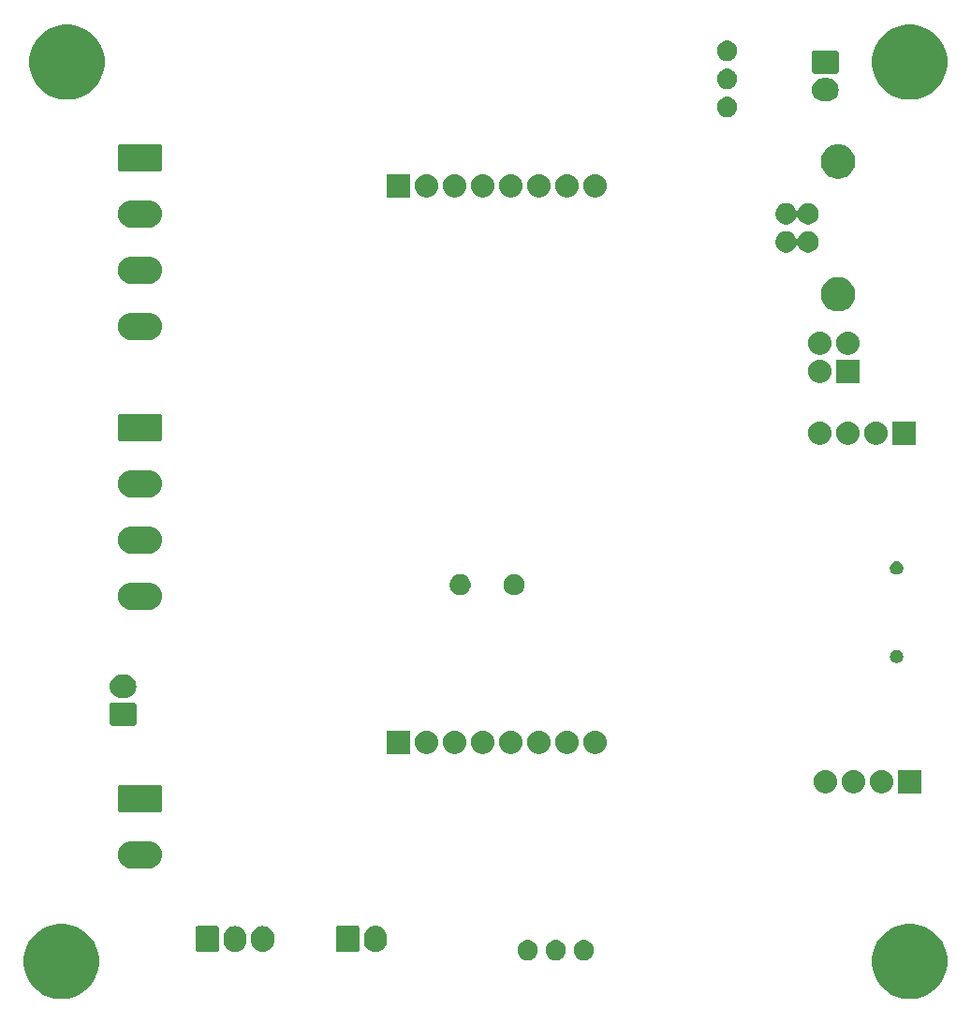
<source format=gbs>
G04 #@! TF.GenerationSoftware,KiCad,Pcbnew,5.1.4*
G04 #@! TF.CreationDate,2019-11-05T18:01:46+08:00*
G04 #@! TF.ProjectId,LaserScanningProjector,4c617365-7253-4636-916e-6e696e675072,rev?*
G04 #@! TF.SameCoordinates,Original*
G04 #@! TF.FileFunction,Soldermask,Bot*
G04 #@! TF.FilePolarity,Negative*
%FSLAX46Y46*%
G04 Gerber Fmt 4.6, Leading zero omitted, Abs format (unit mm)*
G04 Created by KiCad (PCBNEW 5.1.4) date 2019-11-05 18:01:46*
%MOMM*%
%LPD*%
G04 APERTURE LIST*
%ADD10C,0.100000*%
G04 APERTURE END LIST*
D10*
G36*
X146459307Y-106901330D02*
G01*
X146787743Y-106966660D01*
X147096260Y-107094452D01*
X147355258Y-107201732D01*
X147406504Y-107222959D01*
X147571111Y-107332946D01*
X147772981Y-107467831D01*
X147963374Y-107595048D01*
X148436952Y-108068626D01*
X148765168Y-108559835D01*
X148809042Y-108625498D01*
X148812371Y-108633536D01*
X149065340Y-109244257D01*
X149196000Y-109901129D01*
X149196000Y-110570871D01*
X149065340Y-111227743D01*
X148809041Y-111846504D01*
X148436952Y-112403374D01*
X147963374Y-112876952D01*
X147406504Y-113249041D01*
X146787743Y-113505340D01*
X146459307Y-113570670D01*
X146130872Y-113636000D01*
X145461128Y-113636000D01*
X145132693Y-113570670D01*
X144804257Y-113505340D01*
X144185496Y-113249041D01*
X143628626Y-112876952D01*
X143155048Y-112403374D01*
X142782959Y-111846504D01*
X142526660Y-111227743D01*
X142396000Y-110570871D01*
X142396000Y-109901129D01*
X142526660Y-109244257D01*
X142779629Y-108633536D01*
X142782958Y-108625498D01*
X142826833Y-108559835D01*
X143155048Y-108068626D01*
X143628626Y-107595048D01*
X143819020Y-107467831D01*
X144020889Y-107332946D01*
X144185496Y-107222959D01*
X144236743Y-107201732D01*
X144495740Y-107094452D01*
X144804257Y-106966660D01*
X145132693Y-106901330D01*
X145461128Y-106836000D01*
X146130872Y-106836000D01*
X146459307Y-106901330D01*
X146459307Y-106901330D01*
G37*
G36*
X69751307Y-106901330D02*
G01*
X70079743Y-106966660D01*
X70388260Y-107094452D01*
X70647258Y-107201732D01*
X70698504Y-107222959D01*
X70863111Y-107332946D01*
X71064981Y-107467831D01*
X71255374Y-107595048D01*
X71728952Y-108068626D01*
X72057168Y-108559835D01*
X72101042Y-108625498D01*
X72104371Y-108633536D01*
X72357340Y-109244257D01*
X72488000Y-109901129D01*
X72488000Y-110570871D01*
X72357340Y-111227743D01*
X72101041Y-111846504D01*
X71728952Y-112403374D01*
X71255374Y-112876952D01*
X70698504Y-113249041D01*
X70079743Y-113505340D01*
X69751307Y-113570670D01*
X69422872Y-113636000D01*
X68753128Y-113636000D01*
X68424693Y-113570670D01*
X68096257Y-113505340D01*
X67477496Y-113249041D01*
X66920626Y-112876952D01*
X66447048Y-112403374D01*
X66074959Y-111846504D01*
X65818660Y-111227743D01*
X65688000Y-110570871D01*
X65688000Y-109901129D01*
X65818660Y-109244257D01*
X66071629Y-108633536D01*
X66074958Y-108625498D01*
X66118833Y-108559835D01*
X66447048Y-108068626D01*
X66920626Y-107595048D01*
X67111020Y-107467831D01*
X67312889Y-107332946D01*
X67477496Y-107222959D01*
X67528743Y-107201732D01*
X67787740Y-107094452D01*
X68096257Y-106966660D01*
X68424693Y-106901330D01*
X68753128Y-106836000D01*
X69422872Y-106836000D01*
X69751307Y-106901330D01*
X69751307Y-106901330D01*
G37*
G36*
X114060353Y-108335355D02*
G01*
X114227782Y-108404706D01*
X114229090Y-108405580D01*
X114378466Y-108505390D01*
X114506610Y-108633534D01*
X114506611Y-108633536D01*
X114607294Y-108784218D01*
X114676645Y-108951647D01*
X114712000Y-109129387D01*
X114712000Y-109310613D01*
X114676645Y-109488353D01*
X114607294Y-109655782D01*
X114607293Y-109655783D01*
X114506610Y-109806466D01*
X114378466Y-109934610D01*
X114302612Y-109985294D01*
X114227782Y-110035294D01*
X114060353Y-110104645D01*
X113882613Y-110140000D01*
X113701387Y-110140000D01*
X113523647Y-110104645D01*
X113356218Y-110035294D01*
X113281388Y-109985294D01*
X113205534Y-109934610D01*
X113077390Y-109806466D01*
X112976707Y-109655783D01*
X112976706Y-109655782D01*
X112907355Y-109488353D01*
X112872000Y-109310613D01*
X112872000Y-109129387D01*
X112907355Y-108951647D01*
X112976706Y-108784218D01*
X113077389Y-108633536D01*
X113077390Y-108633534D01*
X113205534Y-108505390D01*
X113354910Y-108405580D01*
X113356218Y-108404706D01*
X113523647Y-108335355D01*
X113701387Y-108300000D01*
X113882613Y-108300000D01*
X114060353Y-108335355D01*
X114060353Y-108335355D01*
G37*
G36*
X116600353Y-108335355D02*
G01*
X116767782Y-108404706D01*
X116769090Y-108405580D01*
X116918466Y-108505390D01*
X117046610Y-108633534D01*
X117046611Y-108633536D01*
X117147294Y-108784218D01*
X117216645Y-108951647D01*
X117252000Y-109129387D01*
X117252000Y-109310613D01*
X117216645Y-109488353D01*
X117147294Y-109655782D01*
X117147293Y-109655783D01*
X117046610Y-109806466D01*
X116918466Y-109934610D01*
X116842612Y-109985294D01*
X116767782Y-110035294D01*
X116600353Y-110104645D01*
X116422613Y-110140000D01*
X116241387Y-110140000D01*
X116063647Y-110104645D01*
X115896218Y-110035294D01*
X115821388Y-109985294D01*
X115745534Y-109934610D01*
X115617390Y-109806466D01*
X115516707Y-109655783D01*
X115516706Y-109655782D01*
X115447355Y-109488353D01*
X115412000Y-109310613D01*
X115412000Y-109129387D01*
X115447355Y-108951647D01*
X115516706Y-108784218D01*
X115617389Y-108633536D01*
X115617390Y-108633534D01*
X115745534Y-108505390D01*
X115894910Y-108405580D01*
X115896218Y-108404706D01*
X116063647Y-108335355D01*
X116241387Y-108300000D01*
X116422613Y-108300000D01*
X116600353Y-108335355D01*
X116600353Y-108335355D01*
G37*
G36*
X111520353Y-108335355D02*
G01*
X111687782Y-108404706D01*
X111689090Y-108405580D01*
X111838466Y-108505390D01*
X111966610Y-108633534D01*
X111966611Y-108633536D01*
X112067294Y-108784218D01*
X112136645Y-108951647D01*
X112172000Y-109129387D01*
X112172000Y-109310613D01*
X112136645Y-109488353D01*
X112067294Y-109655782D01*
X112067293Y-109655783D01*
X111966610Y-109806466D01*
X111838466Y-109934610D01*
X111762612Y-109985294D01*
X111687782Y-110035294D01*
X111520353Y-110104645D01*
X111342613Y-110140000D01*
X111161387Y-110140000D01*
X110983647Y-110104645D01*
X110816218Y-110035294D01*
X110741388Y-109985294D01*
X110665534Y-109934610D01*
X110537390Y-109806466D01*
X110436707Y-109655783D01*
X110436706Y-109655782D01*
X110367355Y-109488353D01*
X110332000Y-109310613D01*
X110332000Y-109129387D01*
X110367355Y-108951647D01*
X110436706Y-108784218D01*
X110537389Y-108633536D01*
X110537390Y-108633534D01*
X110665534Y-108505390D01*
X110814910Y-108405580D01*
X110816218Y-108404706D01*
X110983647Y-108335355D01*
X111161387Y-108300000D01*
X111342613Y-108300000D01*
X111520353Y-108335355D01*
X111520353Y-108335355D01*
G37*
G36*
X97701835Y-107019193D02*
G01*
X97899761Y-107079233D01*
X97899764Y-107079234D01*
X97989707Y-107127310D01*
X98082171Y-107176733D01*
X98103993Y-107194642D01*
X98242055Y-107307945D01*
X98373268Y-107467830D01*
X98470766Y-107650235D01*
X98470766Y-107650236D01*
X98470767Y-107650238D01*
X98530807Y-107848164D01*
X98546000Y-108002422D01*
X98546000Y-108405577D01*
X98530807Y-108559835D01*
X98478350Y-108732762D01*
X98470766Y-108757764D01*
X98386631Y-108915169D01*
X98373267Y-108940171D01*
X98339087Y-108981819D01*
X98242055Y-109100055D01*
X98082170Y-109231268D01*
X97899765Y-109328766D01*
X97899762Y-109328767D01*
X97701836Y-109388807D01*
X97496000Y-109409080D01*
X97290165Y-109388807D01*
X97092239Y-109328767D01*
X97092236Y-109328766D01*
X96909831Y-109231268D01*
X96749946Y-109100055D01*
X96618734Y-108940172D01*
X96605371Y-108915171D01*
X96521233Y-108757762D01*
X96461193Y-108559836D01*
X96446000Y-108405578D01*
X96446000Y-108002423D01*
X96461193Y-107848165D01*
X96521233Y-107650239D01*
X96521234Y-107650236D01*
X96618732Y-107467831D01*
X96618733Y-107467829D01*
X96652913Y-107426181D01*
X96749945Y-107307945D01*
X96909830Y-107176732D01*
X97092235Y-107079234D01*
X97092238Y-107079233D01*
X97290164Y-107019193D01*
X97496000Y-106998920D01*
X97701835Y-107019193D01*
X97701835Y-107019193D01*
G37*
G36*
X95868326Y-107008831D02*
G01*
X95909596Y-107021350D01*
X95947631Y-107041681D01*
X95980964Y-107069036D01*
X96008319Y-107102369D01*
X96028650Y-107140404D01*
X96041169Y-107181674D01*
X96046000Y-107230727D01*
X96046000Y-109177273D01*
X96041169Y-109226326D01*
X96028650Y-109267596D01*
X96008319Y-109305631D01*
X95980964Y-109338964D01*
X95947631Y-109366319D01*
X95909596Y-109386650D01*
X95868326Y-109399169D01*
X95819273Y-109404000D01*
X94172727Y-109404000D01*
X94123674Y-109399169D01*
X94082404Y-109386650D01*
X94044369Y-109366319D01*
X94011036Y-109338964D01*
X93983681Y-109305631D01*
X93963350Y-109267596D01*
X93950831Y-109226326D01*
X93946000Y-109177273D01*
X93946000Y-107230727D01*
X93950831Y-107181674D01*
X93963350Y-107140404D01*
X93983681Y-107102369D01*
X94011036Y-107069036D01*
X94044369Y-107041681D01*
X94082404Y-107021350D01*
X94123674Y-107008831D01*
X94172727Y-107004000D01*
X95819273Y-107004000D01*
X95868326Y-107008831D01*
X95868326Y-107008831D01*
G37*
G36*
X87501835Y-107044193D02*
G01*
X87667517Y-107094452D01*
X87699764Y-107104234D01*
X87835399Y-107176733D01*
X87882171Y-107201733D01*
X87908035Y-107222959D01*
X88042055Y-107332945D01*
X88173268Y-107492830D01*
X88270766Y-107675235D01*
X88270766Y-107675236D01*
X88270767Y-107675238D01*
X88330807Y-107873164D01*
X88330807Y-107873166D01*
X88346000Y-108027420D01*
X88346000Y-108380579D01*
X88338403Y-108457706D01*
X88330807Y-108534835D01*
X88300867Y-108633534D01*
X88270766Y-108732764D01*
X88243263Y-108784218D01*
X88173267Y-108915171D01*
X88152750Y-108940171D01*
X88042055Y-109075055D01*
X87882170Y-109206268D01*
X87699765Y-109303766D01*
X87699762Y-109303767D01*
X87501836Y-109363807D01*
X87296000Y-109384080D01*
X87090165Y-109363807D01*
X86892239Y-109303767D01*
X86892236Y-109303766D01*
X86709831Y-109206268D01*
X86549946Y-109075054D01*
X86418732Y-108915170D01*
X86321234Y-108732765D01*
X86321233Y-108732761D01*
X86261193Y-108534836D01*
X86246000Y-108380578D01*
X86246000Y-108027423D01*
X86248463Y-108002420D01*
X86261193Y-107873167D01*
X86261193Y-107873165D01*
X86321233Y-107675239D01*
X86321234Y-107675236D01*
X86418732Y-107492831D01*
X86418733Y-107492829D01*
X86452913Y-107451181D01*
X86549945Y-107332945D01*
X86709830Y-107201732D01*
X86892235Y-107104234D01*
X86924482Y-107094452D01*
X87090164Y-107044193D01*
X87296000Y-107023920D01*
X87501835Y-107044193D01*
X87501835Y-107044193D01*
G37*
G36*
X85001835Y-107044193D02*
G01*
X85167517Y-107094452D01*
X85199764Y-107104234D01*
X85335399Y-107176733D01*
X85382171Y-107201733D01*
X85408035Y-107222959D01*
X85542055Y-107332945D01*
X85673268Y-107492830D01*
X85770766Y-107675235D01*
X85770766Y-107675236D01*
X85770767Y-107675238D01*
X85830807Y-107873164D01*
X85830807Y-107873166D01*
X85846000Y-108027420D01*
X85846000Y-108380579D01*
X85838403Y-108457706D01*
X85830807Y-108534835D01*
X85800867Y-108633534D01*
X85770766Y-108732764D01*
X85743263Y-108784218D01*
X85673267Y-108915171D01*
X85652750Y-108940171D01*
X85542055Y-109075055D01*
X85382170Y-109206268D01*
X85199765Y-109303766D01*
X85199762Y-109303767D01*
X85001836Y-109363807D01*
X84796000Y-109384080D01*
X84590165Y-109363807D01*
X84392239Y-109303767D01*
X84392236Y-109303766D01*
X84209831Y-109206268D01*
X84049946Y-109075054D01*
X83918732Y-108915170D01*
X83821234Y-108732765D01*
X83821233Y-108732761D01*
X83761193Y-108534836D01*
X83746000Y-108380578D01*
X83746000Y-108027423D01*
X83748463Y-108002420D01*
X83761193Y-107873167D01*
X83761193Y-107873165D01*
X83821233Y-107675239D01*
X83821234Y-107675236D01*
X83918732Y-107492831D01*
X83918733Y-107492829D01*
X83952913Y-107451181D01*
X84049945Y-107332945D01*
X84209830Y-107201732D01*
X84392235Y-107104234D01*
X84424482Y-107094452D01*
X84590164Y-107044193D01*
X84796000Y-107023920D01*
X85001835Y-107044193D01*
X85001835Y-107044193D01*
G37*
G36*
X83168438Y-107033829D02*
G01*
X83209682Y-107046340D01*
X83247690Y-107066656D01*
X83281004Y-107093996D01*
X83308344Y-107127310D01*
X83328660Y-107165318D01*
X83341171Y-107206562D01*
X83346000Y-107255591D01*
X83346000Y-109152409D01*
X83341171Y-109201438D01*
X83328660Y-109242682D01*
X83308344Y-109280690D01*
X83281004Y-109314004D01*
X83247690Y-109341344D01*
X83209682Y-109361660D01*
X83168438Y-109374171D01*
X83119409Y-109379000D01*
X81472591Y-109379000D01*
X81423562Y-109374171D01*
X81382318Y-109361660D01*
X81344310Y-109341344D01*
X81310996Y-109314004D01*
X81283656Y-109280690D01*
X81263340Y-109242682D01*
X81250829Y-109201438D01*
X81246000Y-109152409D01*
X81246000Y-107255591D01*
X81250829Y-107206562D01*
X81263340Y-107165318D01*
X81283656Y-107127310D01*
X81310996Y-107093996D01*
X81344310Y-107066656D01*
X81382318Y-107046340D01*
X81423562Y-107033829D01*
X81472591Y-107029000D01*
X83119409Y-107029000D01*
X83168438Y-107033829D01*
X83168438Y-107033829D01*
G37*
G36*
X77203080Y-99361942D02*
G01*
X77436826Y-99432848D01*
X77652239Y-99547989D01*
X77841055Y-99702945D01*
X77996011Y-99891761D01*
X78111152Y-100107174D01*
X78182058Y-100340920D01*
X78205999Y-100584000D01*
X78182058Y-100827080D01*
X78111152Y-101060826D01*
X77996011Y-101276239D01*
X77841055Y-101465055D01*
X77652239Y-101620011D01*
X77436826Y-101735152D01*
X77203080Y-101806058D01*
X77020911Y-101824000D01*
X75379089Y-101824000D01*
X75196920Y-101806058D01*
X74963174Y-101735152D01*
X74747761Y-101620011D01*
X74558945Y-101465055D01*
X74403989Y-101276239D01*
X74288848Y-101060826D01*
X74217942Y-100827080D01*
X74194001Y-100584000D01*
X74217942Y-100340920D01*
X74288848Y-100107174D01*
X74403989Y-99891761D01*
X74558945Y-99702945D01*
X74747761Y-99547989D01*
X74963174Y-99432848D01*
X75196920Y-99361942D01*
X75379089Y-99344000D01*
X77020911Y-99344000D01*
X77203080Y-99361942D01*
X77203080Y-99361942D01*
G37*
G36*
X78036384Y-94268496D02*
G01*
X78074377Y-94280021D01*
X78109390Y-94298736D01*
X78140079Y-94323921D01*
X78165264Y-94354610D01*
X78183979Y-94389623D01*
X78195504Y-94427616D01*
X78200000Y-94473264D01*
X78200000Y-96534736D01*
X78195504Y-96580384D01*
X78183979Y-96618377D01*
X78165264Y-96653390D01*
X78140079Y-96684079D01*
X78109390Y-96709264D01*
X78074377Y-96727979D01*
X78036384Y-96739504D01*
X77990736Y-96744000D01*
X74409264Y-96744000D01*
X74363616Y-96739504D01*
X74325623Y-96727979D01*
X74290610Y-96709264D01*
X74259921Y-96684079D01*
X74234736Y-96653390D01*
X74216021Y-96618377D01*
X74204496Y-96580384D01*
X74200000Y-96534736D01*
X74200000Y-94473264D01*
X74204496Y-94427616D01*
X74216021Y-94389623D01*
X74234736Y-94354610D01*
X74259921Y-94323921D01*
X74290610Y-94298736D01*
X74325623Y-94280021D01*
X74363616Y-94268496D01*
X74409264Y-94264000D01*
X77990736Y-94264000D01*
X78036384Y-94268496D01*
X78036384Y-94268496D01*
G37*
G36*
X143384707Y-92937596D02*
G01*
X143461836Y-92945193D01*
X143659762Y-93005233D01*
X143659765Y-93005234D01*
X143842170Y-93102732D01*
X144002055Y-93233945D01*
X144133268Y-93393830D01*
X144230766Y-93576235D01*
X144230767Y-93576238D01*
X144290807Y-93774164D01*
X144311080Y-93980000D01*
X144290807Y-94185836D01*
X144240613Y-94351304D01*
X144230766Y-94383765D01*
X144133268Y-94566170D01*
X144002055Y-94726055D01*
X143842170Y-94857268D01*
X143659765Y-94954766D01*
X143659762Y-94954767D01*
X143461836Y-95014807D01*
X143384707Y-95022403D01*
X143307580Y-95030000D01*
X143204420Y-95030000D01*
X143127293Y-95022403D01*
X143050164Y-95014807D01*
X142852238Y-94954767D01*
X142852235Y-94954766D01*
X142669830Y-94857268D01*
X142509945Y-94726055D01*
X142378732Y-94566170D01*
X142281234Y-94383765D01*
X142271387Y-94351304D01*
X142221193Y-94185836D01*
X142200920Y-93980000D01*
X142221193Y-93774164D01*
X142281233Y-93576238D01*
X142281234Y-93576235D01*
X142378732Y-93393830D01*
X142509945Y-93233945D01*
X142669830Y-93102732D01*
X142852235Y-93005234D01*
X142852238Y-93005233D01*
X143050164Y-92945193D01*
X143127293Y-92937596D01*
X143204420Y-92930000D01*
X143307580Y-92930000D01*
X143384707Y-92937596D01*
X143384707Y-92937596D01*
G37*
G36*
X138304707Y-92937596D02*
G01*
X138381836Y-92945193D01*
X138579762Y-93005233D01*
X138579765Y-93005234D01*
X138762170Y-93102732D01*
X138922055Y-93233945D01*
X139053268Y-93393830D01*
X139150766Y-93576235D01*
X139150767Y-93576238D01*
X139210807Y-93774164D01*
X139231080Y-93980000D01*
X139210807Y-94185836D01*
X139160613Y-94351304D01*
X139150766Y-94383765D01*
X139053268Y-94566170D01*
X138922055Y-94726055D01*
X138762170Y-94857268D01*
X138579765Y-94954766D01*
X138579762Y-94954767D01*
X138381836Y-95014807D01*
X138304707Y-95022403D01*
X138227580Y-95030000D01*
X138124420Y-95030000D01*
X138047293Y-95022403D01*
X137970164Y-95014807D01*
X137772238Y-94954767D01*
X137772235Y-94954766D01*
X137589830Y-94857268D01*
X137429945Y-94726055D01*
X137298732Y-94566170D01*
X137201234Y-94383765D01*
X137191387Y-94351304D01*
X137141193Y-94185836D01*
X137120920Y-93980000D01*
X137141193Y-93774164D01*
X137201233Y-93576238D01*
X137201234Y-93576235D01*
X137298732Y-93393830D01*
X137429945Y-93233945D01*
X137589830Y-93102732D01*
X137772235Y-93005234D01*
X137772238Y-93005233D01*
X137970164Y-92945193D01*
X138047293Y-92937596D01*
X138124420Y-92930000D01*
X138227580Y-92930000D01*
X138304707Y-92937596D01*
X138304707Y-92937596D01*
G37*
G36*
X140844707Y-92937596D02*
G01*
X140921836Y-92945193D01*
X141119762Y-93005233D01*
X141119765Y-93005234D01*
X141302170Y-93102732D01*
X141462055Y-93233945D01*
X141593268Y-93393830D01*
X141690766Y-93576235D01*
X141690767Y-93576238D01*
X141750807Y-93774164D01*
X141771080Y-93980000D01*
X141750807Y-94185836D01*
X141700613Y-94351304D01*
X141690766Y-94383765D01*
X141593268Y-94566170D01*
X141462055Y-94726055D01*
X141302170Y-94857268D01*
X141119765Y-94954766D01*
X141119762Y-94954767D01*
X140921836Y-95014807D01*
X140844707Y-95022403D01*
X140767580Y-95030000D01*
X140664420Y-95030000D01*
X140587293Y-95022403D01*
X140510164Y-95014807D01*
X140312238Y-94954767D01*
X140312235Y-94954766D01*
X140129830Y-94857268D01*
X139969945Y-94726055D01*
X139838732Y-94566170D01*
X139741234Y-94383765D01*
X139731387Y-94351304D01*
X139681193Y-94185836D01*
X139660920Y-93980000D01*
X139681193Y-93774164D01*
X139741233Y-93576238D01*
X139741234Y-93576235D01*
X139838732Y-93393830D01*
X139969945Y-93233945D01*
X140129830Y-93102732D01*
X140312235Y-93005234D01*
X140312238Y-93005233D01*
X140510164Y-92945193D01*
X140587293Y-92937596D01*
X140664420Y-92930000D01*
X140767580Y-92930000D01*
X140844707Y-92937596D01*
X140844707Y-92937596D01*
G37*
G36*
X146846000Y-95030000D02*
G01*
X144746000Y-95030000D01*
X144746000Y-92930000D01*
X146846000Y-92930000D01*
X146846000Y-95030000D01*
X146846000Y-95030000D01*
G37*
G36*
X114936707Y-89381596D02*
G01*
X115013836Y-89389193D01*
X115211762Y-89449233D01*
X115211765Y-89449234D01*
X115394170Y-89546732D01*
X115554055Y-89677945D01*
X115685268Y-89837830D01*
X115782766Y-90020235D01*
X115782767Y-90020238D01*
X115842807Y-90218164D01*
X115863080Y-90424000D01*
X115842807Y-90629836D01*
X115782767Y-90827762D01*
X115782766Y-90827765D01*
X115685268Y-91010170D01*
X115554055Y-91170055D01*
X115394170Y-91301268D01*
X115211765Y-91398766D01*
X115211762Y-91398767D01*
X115013836Y-91458807D01*
X114936707Y-91466403D01*
X114859580Y-91474000D01*
X114756420Y-91474000D01*
X114679293Y-91466403D01*
X114602164Y-91458807D01*
X114404238Y-91398767D01*
X114404235Y-91398766D01*
X114221830Y-91301268D01*
X114061945Y-91170055D01*
X113930732Y-91010170D01*
X113833234Y-90827765D01*
X113833233Y-90827762D01*
X113773193Y-90629836D01*
X113752920Y-90424000D01*
X113773193Y-90218164D01*
X113833233Y-90020238D01*
X113833234Y-90020235D01*
X113930732Y-89837830D01*
X114061945Y-89677945D01*
X114221830Y-89546732D01*
X114404235Y-89449234D01*
X114404238Y-89449233D01*
X114602164Y-89389193D01*
X114679293Y-89381596D01*
X114756420Y-89374000D01*
X114859580Y-89374000D01*
X114936707Y-89381596D01*
X114936707Y-89381596D01*
G37*
G36*
X102236707Y-89381596D02*
G01*
X102313836Y-89389193D01*
X102511762Y-89449233D01*
X102511765Y-89449234D01*
X102694170Y-89546732D01*
X102854055Y-89677945D01*
X102985268Y-89837830D01*
X103082766Y-90020235D01*
X103082767Y-90020238D01*
X103142807Y-90218164D01*
X103163080Y-90424000D01*
X103142807Y-90629836D01*
X103082767Y-90827762D01*
X103082766Y-90827765D01*
X102985268Y-91010170D01*
X102854055Y-91170055D01*
X102694170Y-91301268D01*
X102511765Y-91398766D01*
X102511762Y-91398767D01*
X102313836Y-91458807D01*
X102236707Y-91466403D01*
X102159580Y-91474000D01*
X102056420Y-91474000D01*
X101979293Y-91466403D01*
X101902164Y-91458807D01*
X101704238Y-91398767D01*
X101704235Y-91398766D01*
X101521830Y-91301268D01*
X101361945Y-91170055D01*
X101230732Y-91010170D01*
X101133234Y-90827765D01*
X101133233Y-90827762D01*
X101073193Y-90629836D01*
X101052920Y-90424000D01*
X101073193Y-90218164D01*
X101133233Y-90020238D01*
X101133234Y-90020235D01*
X101230732Y-89837830D01*
X101361945Y-89677945D01*
X101521830Y-89546732D01*
X101704235Y-89449234D01*
X101704238Y-89449233D01*
X101902164Y-89389193D01*
X101979293Y-89381596D01*
X102056420Y-89374000D01*
X102159580Y-89374000D01*
X102236707Y-89381596D01*
X102236707Y-89381596D01*
G37*
G36*
X104776707Y-89381596D02*
G01*
X104853836Y-89389193D01*
X105051762Y-89449233D01*
X105051765Y-89449234D01*
X105234170Y-89546732D01*
X105394055Y-89677945D01*
X105525268Y-89837830D01*
X105622766Y-90020235D01*
X105622767Y-90020238D01*
X105682807Y-90218164D01*
X105703080Y-90424000D01*
X105682807Y-90629836D01*
X105622767Y-90827762D01*
X105622766Y-90827765D01*
X105525268Y-91010170D01*
X105394055Y-91170055D01*
X105234170Y-91301268D01*
X105051765Y-91398766D01*
X105051762Y-91398767D01*
X104853836Y-91458807D01*
X104776707Y-91466403D01*
X104699580Y-91474000D01*
X104596420Y-91474000D01*
X104519293Y-91466403D01*
X104442164Y-91458807D01*
X104244238Y-91398767D01*
X104244235Y-91398766D01*
X104061830Y-91301268D01*
X103901945Y-91170055D01*
X103770732Y-91010170D01*
X103673234Y-90827765D01*
X103673233Y-90827762D01*
X103613193Y-90629836D01*
X103592920Y-90424000D01*
X103613193Y-90218164D01*
X103673233Y-90020238D01*
X103673234Y-90020235D01*
X103770732Y-89837830D01*
X103901945Y-89677945D01*
X104061830Y-89546732D01*
X104244235Y-89449234D01*
X104244238Y-89449233D01*
X104442164Y-89389193D01*
X104519293Y-89381596D01*
X104596420Y-89374000D01*
X104699580Y-89374000D01*
X104776707Y-89381596D01*
X104776707Y-89381596D01*
G37*
G36*
X117476707Y-89381596D02*
G01*
X117553836Y-89389193D01*
X117751762Y-89449233D01*
X117751765Y-89449234D01*
X117934170Y-89546732D01*
X118094055Y-89677945D01*
X118225268Y-89837830D01*
X118322766Y-90020235D01*
X118322767Y-90020238D01*
X118382807Y-90218164D01*
X118403080Y-90424000D01*
X118382807Y-90629836D01*
X118322767Y-90827762D01*
X118322766Y-90827765D01*
X118225268Y-91010170D01*
X118094055Y-91170055D01*
X117934170Y-91301268D01*
X117751765Y-91398766D01*
X117751762Y-91398767D01*
X117553836Y-91458807D01*
X117476707Y-91466403D01*
X117399580Y-91474000D01*
X117296420Y-91474000D01*
X117219293Y-91466403D01*
X117142164Y-91458807D01*
X116944238Y-91398767D01*
X116944235Y-91398766D01*
X116761830Y-91301268D01*
X116601945Y-91170055D01*
X116470732Y-91010170D01*
X116373234Y-90827765D01*
X116373233Y-90827762D01*
X116313193Y-90629836D01*
X116292920Y-90424000D01*
X116313193Y-90218164D01*
X116373233Y-90020238D01*
X116373234Y-90020235D01*
X116470732Y-89837830D01*
X116601945Y-89677945D01*
X116761830Y-89546732D01*
X116944235Y-89449234D01*
X116944238Y-89449233D01*
X117142164Y-89389193D01*
X117219293Y-89381596D01*
X117296420Y-89374000D01*
X117399580Y-89374000D01*
X117476707Y-89381596D01*
X117476707Y-89381596D01*
G37*
G36*
X112396707Y-89381596D02*
G01*
X112473836Y-89389193D01*
X112671762Y-89449233D01*
X112671765Y-89449234D01*
X112854170Y-89546732D01*
X113014055Y-89677945D01*
X113145268Y-89837830D01*
X113242766Y-90020235D01*
X113242767Y-90020238D01*
X113302807Y-90218164D01*
X113323080Y-90424000D01*
X113302807Y-90629836D01*
X113242767Y-90827762D01*
X113242766Y-90827765D01*
X113145268Y-91010170D01*
X113014055Y-91170055D01*
X112854170Y-91301268D01*
X112671765Y-91398766D01*
X112671762Y-91398767D01*
X112473836Y-91458807D01*
X112396707Y-91466403D01*
X112319580Y-91474000D01*
X112216420Y-91474000D01*
X112139293Y-91466403D01*
X112062164Y-91458807D01*
X111864238Y-91398767D01*
X111864235Y-91398766D01*
X111681830Y-91301268D01*
X111521945Y-91170055D01*
X111390732Y-91010170D01*
X111293234Y-90827765D01*
X111293233Y-90827762D01*
X111233193Y-90629836D01*
X111212920Y-90424000D01*
X111233193Y-90218164D01*
X111293233Y-90020238D01*
X111293234Y-90020235D01*
X111390732Y-89837830D01*
X111521945Y-89677945D01*
X111681830Y-89546732D01*
X111864235Y-89449234D01*
X111864238Y-89449233D01*
X112062164Y-89389193D01*
X112139293Y-89381596D01*
X112216420Y-89374000D01*
X112319580Y-89374000D01*
X112396707Y-89381596D01*
X112396707Y-89381596D01*
G37*
G36*
X109856707Y-89381596D02*
G01*
X109933836Y-89389193D01*
X110131762Y-89449233D01*
X110131765Y-89449234D01*
X110314170Y-89546732D01*
X110474055Y-89677945D01*
X110605268Y-89837830D01*
X110702766Y-90020235D01*
X110702767Y-90020238D01*
X110762807Y-90218164D01*
X110783080Y-90424000D01*
X110762807Y-90629836D01*
X110702767Y-90827762D01*
X110702766Y-90827765D01*
X110605268Y-91010170D01*
X110474055Y-91170055D01*
X110314170Y-91301268D01*
X110131765Y-91398766D01*
X110131762Y-91398767D01*
X109933836Y-91458807D01*
X109856707Y-91466403D01*
X109779580Y-91474000D01*
X109676420Y-91474000D01*
X109599293Y-91466403D01*
X109522164Y-91458807D01*
X109324238Y-91398767D01*
X109324235Y-91398766D01*
X109141830Y-91301268D01*
X108981945Y-91170055D01*
X108850732Y-91010170D01*
X108753234Y-90827765D01*
X108753233Y-90827762D01*
X108693193Y-90629836D01*
X108672920Y-90424000D01*
X108693193Y-90218164D01*
X108753233Y-90020238D01*
X108753234Y-90020235D01*
X108850732Y-89837830D01*
X108981945Y-89677945D01*
X109141830Y-89546732D01*
X109324235Y-89449234D01*
X109324238Y-89449233D01*
X109522164Y-89389193D01*
X109599293Y-89381596D01*
X109676420Y-89374000D01*
X109779580Y-89374000D01*
X109856707Y-89381596D01*
X109856707Y-89381596D01*
G37*
G36*
X107316707Y-89381596D02*
G01*
X107393836Y-89389193D01*
X107591762Y-89449233D01*
X107591765Y-89449234D01*
X107774170Y-89546732D01*
X107934055Y-89677945D01*
X108065268Y-89837830D01*
X108162766Y-90020235D01*
X108162767Y-90020238D01*
X108222807Y-90218164D01*
X108243080Y-90424000D01*
X108222807Y-90629836D01*
X108162767Y-90827762D01*
X108162766Y-90827765D01*
X108065268Y-91010170D01*
X107934055Y-91170055D01*
X107774170Y-91301268D01*
X107591765Y-91398766D01*
X107591762Y-91398767D01*
X107393836Y-91458807D01*
X107316707Y-91466403D01*
X107239580Y-91474000D01*
X107136420Y-91474000D01*
X107059293Y-91466403D01*
X106982164Y-91458807D01*
X106784238Y-91398767D01*
X106784235Y-91398766D01*
X106601830Y-91301268D01*
X106441945Y-91170055D01*
X106310732Y-91010170D01*
X106213234Y-90827765D01*
X106213233Y-90827762D01*
X106153193Y-90629836D01*
X106132920Y-90424000D01*
X106153193Y-90218164D01*
X106213233Y-90020238D01*
X106213234Y-90020235D01*
X106310732Y-89837830D01*
X106441945Y-89677945D01*
X106601830Y-89546732D01*
X106784235Y-89449234D01*
X106784238Y-89449233D01*
X106982164Y-89389193D01*
X107059293Y-89381596D01*
X107136420Y-89374000D01*
X107239580Y-89374000D01*
X107316707Y-89381596D01*
X107316707Y-89381596D01*
G37*
G36*
X100618000Y-91474000D02*
G01*
X98518000Y-91474000D01*
X98518000Y-89374000D01*
X100618000Y-89374000D01*
X100618000Y-91474000D01*
X100618000Y-91474000D01*
G37*
G36*
X75698326Y-86838831D02*
G01*
X75739596Y-86851350D01*
X75777631Y-86871681D01*
X75810964Y-86899036D01*
X75838319Y-86932369D01*
X75858650Y-86970404D01*
X75871169Y-87011674D01*
X75876000Y-87060727D01*
X75876000Y-88707273D01*
X75871169Y-88756326D01*
X75858650Y-88797596D01*
X75838319Y-88835631D01*
X75810964Y-88868964D01*
X75777631Y-88896319D01*
X75739596Y-88916650D01*
X75698326Y-88929169D01*
X75649273Y-88934000D01*
X73702727Y-88934000D01*
X73653674Y-88929169D01*
X73612404Y-88916650D01*
X73574369Y-88896319D01*
X73541036Y-88868964D01*
X73513681Y-88835631D01*
X73493350Y-88797596D01*
X73480831Y-88756326D01*
X73476000Y-88707273D01*
X73476000Y-87060727D01*
X73480831Y-87011674D01*
X73493350Y-86970404D01*
X73513681Y-86932369D01*
X73541036Y-86899036D01*
X73574369Y-86871681D01*
X73612404Y-86851350D01*
X73653674Y-86838831D01*
X73702727Y-86834000D01*
X75649273Y-86834000D01*
X75698326Y-86838831D01*
X75698326Y-86838831D01*
G37*
G36*
X74954707Y-84341597D02*
G01*
X75031836Y-84349193D01*
X75229762Y-84409233D01*
X75229765Y-84409234D01*
X75412170Y-84506732D01*
X75572055Y-84637945D01*
X75703268Y-84797830D01*
X75800766Y-84980235D01*
X75800767Y-84980238D01*
X75860807Y-85178164D01*
X75881080Y-85384000D01*
X75860807Y-85589836D01*
X75800767Y-85787762D01*
X75800766Y-85787765D01*
X75703268Y-85970170D01*
X75572055Y-86130055D01*
X75412170Y-86261268D01*
X75229765Y-86358766D01*
X75229762Y-86358767D01*
X75031836Y-86418807D01*
X74954707Y-86426404D01*
X74877580Y-86434000D01*
X74474420Y-86434000D01*
X74397293Y-86426404D01*
X74320164Y-86418807D01*
X74122238Y-86358767D01*
X74122235Y-86358766D01*
X73939830Y-86261268D01*
X73779945Y-86130055D01*
X73648732Y-85970170D01*
X73551234Y-85787765D01*
X73551233Y-85787762D01*
X73491193Y-85589836D01*
X73470920Y-85384000D01*
X73491193Y-85178164D01*
X73551233Y-84980238D01*
X73551234Y-84980235D01*
X73648732Y-84797830D01*
X73779945Y-84637945D01*
X73939830Y-84506732D01*
X74122235Y-84409234D01*
X74122238Y-84409233D01*
X74320164Y-84349193D01*
X74397293Y-84341597D01*
X74474420Y-84334000D01*
X74877580Y-84334000D01*
X74954707Y-84341597D01*
X74954707Y-84341597D01*
G37*
G36*
X144787013Y-82097057D02*
G01*
X144896206Y-82142286D01*
X144994477Y-82207949D01*
X145078051Y-82291523D01*
X145143714Y-82389794D01*
X145188943Y-82498987D01*
X145212000Y-82614904D01*
X145212000Y-82733096D01*
X145188943Y-82849013D01*
X145143714Y-82958206D01*
X145078051Y-83056477D01*
X144994477Y-83140051D01*
X144896206Y-83205714D01*
X144787013Y-83250943D01*
X144671096Y-83274000D01*
X144552904Y-83274000D01*
X144436987Y-83250943D01*
X144327794Y-83205714D01*
X144229523Y-83140051D01*
X144145949Y-83056477D01*
X144080286Y-82958206D01*
X144035057Y-82849013D01*
X144012000Y-82733096D01*
X144012000Y-82614904D01*
X144035057Y-82498987D01*
X144080286Y-82389794D01*
X144145949Y-82291523D01*
X144229523Y-82207949D01*
X144327794Y-82142286D01*
X144436987Y-82097057D01*
X144552904Y-82074000D01*
X144671096Y-82074000D01*
X144787013Y-82097057D01*
X144787013Y-82097057D01*
G37*
G36*
X77203080Y-75993942D02*
G01*
X77436826Y-76064848D01*
X77652239Y-76179989D01*
X77841055Y-76334945D01*
X77996011Y-76523761D01*
X78111152Y-76739174D01*
X78182058Y-76972920D01*
X78205999Y-77216000D01*
X78182058Y-77459080D01*
X78111152Y-77692826D01*
X77996011Y-77908239D01*
X77841055Y-78097055D01*
X77652239Y-78252011D01*
X77436826Y-78367152D01*
X77203080Y-78438058D01*
X77020911Y-78456000D01*
X75379089Y-78456000D01*
X75196920Y-78438058D01*
X74963174Y-78367152D01*
X74747761Y-78252011D01*
X74558945Y-78097055D01*
X74403989Y-77908239D01*
X74288848Y-77692826D01*
X74217942Y-77459080D01*
X74194001Y-77216000D01*
X74217942Y-76972920D01*
X74288848Y-76739174D01*
X74403989Y-76523761D01*
X74558945Y-76334945D01*
X74747761Y-76179989D01*
X74963174Y-76064848D01*
X75196920Y-75993942D01*
X75379089Y-75976000D01*
X77020911Y-75976000D01*
X77203080Y-75993942D01*
X77203080Y-75993942D01*
G37*
G36*
X105341336Y-75268254D02*
G01*
X105433105Y-75286508D01*
X105605994Y-75358121D01*
X105761590Y-75462087D01*
X105893913Y-75594410D01*
X105997879Y-75750006D01*
X106069492Y-75922895D01*
X106069492Y-75922896D01*
X106106000Y-76106432D01*
X106106000Y-76293568D01*
X106097769Y-76334946D01*
X106069492Y-76477105D01*
X105997879Y-76649994D01*
X105893913Y-76805590D01*
X105761590Y-76937913D01*
X105605994Y-77041879D01*
X105433105Y-77113492D01*
X105341336Y-77131746D01*
X105249568Y-77150000D01*
X105062432Y-77150000D01*
X104970664Y-77131746D01*
X104878895Y-77113492D01*
X104706006Y-77041879D01*
X104550410Y-76937913D01*
X104418087Y-76805590D01*
X104314121Y-76649994D01*
X104242508Y-76477105D01*
X104214231Y-76334946D01*
X104206000Y-76293568D01*
X104206000Y-76106432D01*
X104242508Y-75922896D01*
X104242508Y-75922895D01*
X104314121Y-75750006D01*
X104418087Y-75594410D01*
X104550410Y-75462087D01*
X104706006Y-75358121D01*
X104878895Y-75286508D01*
X104970664Y-75268254D01*
X105062432Y-75250000D01*
X105249568Y-75250000D01*
X105341336Y-75268254D01*
X105341336Y-75268254D01*
G37*
G36*
X110221336Y-75268254D02*
G01*
X110313105Y-75286508D01*
X110485994Y-75358121D01*
X110641590Y-75462087D01*
X110773913Y-75594410D01*
X110877879Y-75750006D01*
X110949492Y-75922895D01*
X110949492Y-75922896D01*
X110986000Y-76106432D01*
X110986000Y-76293568D01*
X110977769Y-76334946D01*
X110949492Y-76477105D01*
X110877879Y-76649994D01*
X110773913Y-76805590D01*
X110641590Y-76937913D01*
X110485994Y-77041879D01*
X110313105Y-77113492D01*
X110221336Y-77131746D01*
X110129568Y-77150000D01*
X109942432Y-77150000D01*
X109850664Y-77131746D01*
X109758895Y-77113492D01*
X109586006Y-77041879D01*
X109430410Y-76937913D01*
X109298087Y-76805590D01*
X109194121Y-76649994D01*
X109122508Y-76477105D01*
X109094231Y-76334946D01*
X109086000Y-76293568D01*
X109086000Y-76106432D01*
X109122508Y-75922896D01*
X109122508Y-75922895D01*
X109194121Y-75750006D01*
X109298087Y-75594410D01*
X109430410Y-75462087D01*
X109586006Y-75358121D01*
X109758895Y-75286508D01*
X109850664Y-75268254D01*
X109942432Y-75250000D01*
X110129568Y-75250000D01*
X110221336Y-75268254D01*
X110221336Y-75268254D01*
G37*
G36*
X144787013Y-74097057D02*
G01*
X144896206Y-74142286D01*
X144994477Y-74207949D01*
X145078051Y-74291523D01*
X145143714Y-74389794D01*
X145188943Y-74498987D01*
X145212000Y-74614904D01*
X145212000Y-74733096D01*
X145188943Y-74849013D01*
X145143714Y-74958206D01*
X145078051Y-75056477D01*
X144994477Y-75140051D01*
X144896206Y-75205714D01*
X144787013Y-75250943D01*
X144671096Y-75274000D01*
X144552904Y-75274000D01*
X144436987Y-75250943D01*
X144327794Y-75205714D01*
X144229523Y-75140051D01*
X144145949Y-75056477D01*
X144080286Y-74958206D01*
X144035057Y-74849013D01*
X144012000Y-74733096D01*
X144012000Y-74614904D01*
X144035057Y-74498987D01*
X144080286Y-74389794D01*
X144145949Y-74291523D01*
X144229523Y-74207949D01*
X144327794Y-74142286D01*
X144436987Y-74097057D01*
X144552904Y-74074000D01*
X144671096Y-74074000D01*
X144787013Y-74097057D01*
X144787013Y-74097057D01*
G37*
G36*
X77203080Y-70913942D02*
G01*
X77436826Y-70984848D01*
X77652239Y-71099989D01*
X77841055Y-71254945D01*
X77996011Y-71443761D01*
X78111152Y-71659174D01*
X78182058Y-71892920D01*
X78205999Y-72136000D01*
X78182058Y-72379080D01*
X78111152Y-72612826D01*
X77996011Y-72828239D01*
X77841055Y-73017055D01*
X77652239Y-73172011D01*
X77436826Y-73287152D01*
X77203080Y-73358058D01*
X77020911Y-73376000D01*
X75379089Y-73376000D01*
X75196920Y-73358058D01*
X74963174Y-73287152D01*
X74747761Y-73172011D01*
X74558945Y-73017055D01*
X74403989Y-72828239D01*
X74288848Y-72612826D01*
X74217942Y-72379080D01*
X74194001Y-72136000D01*
X74217942Y-71892920D01*
X74288848Y-71659174D01*
X74403989Y-71443761D01*
X74558945Y-71254945D01*
X74747761Y-71099989D01*
X74963174Y-70984848D01*
X75196920Y-70913942D01*
X75379089Y-70896000D01*
X77020911Y-70896000D01*
X77203080Y-70913942D01*
X77203080Y-70913942D01*
G37*
G36*
X77203080Y-65833942D02*
G01*
X77436826Y-65904848D01*
X77652239Y-66019989D01*
X77841055Y-66174945D01*
X77996011Y-66363761D01*
X78111152Y-66579174D01*
X78182058Y-66812920D01*
X78205999Y-67056000D01*
X78182058Y-67299080D01*
X78111152Y-67532826D01*
X77996011Y-67748239D01*
X77841055Y-67937055D01*
X77652239Y-68092011D01*
X77436826Y-68207152D01*
X77203080Y-68278058D01*
X77020911Y-68296000D01*
X75379089Y-68296000D01*
X75196920Y-68278058D01*
X74963174Y-68207152D01*
X74747761Y-68092011D01*
X74558945Y-67937055D01*
X74403989Y-67748239D01*
X74288848Y-67532826D01*
X74217942Y-67299080D01*
X74194001Y-67056000D01*
X74217942Y-66812920D01*
X74288848Y-66579174D01*
X74403989Y-66363761D01*
X74558945Y-66174945D01*
X74747761Y-66019989D01*
X74963174Y-65904848D01*
X75196920Y-65833942D01*
X75379089Y-65816000D01*
X77020911Y-65816000D01*
X77203080Y-65833942D01*
X77203080Y-65833942D01*
G37*
G36*
X140336707Y-61441596D02*
G01*
X140413836Y-61449193D01*
X140611762Y-61509233D01*
X140611765Y-61509234D01*
X140794170Y-61606732D01*
X140954055Y-61737945D01*
X141085268Y-61897830D01*
X141182766Y-62080235D01*
X141182767Y-62080238D01*
X141242807Y-62278164D01*
X141263080Y-62484000D01*
X141242807Y-62689836D01*
X141182767Y-62887762D01*
X141182766Y-62887765D01*
X141085268Y-63070170D01*
X140954055Y-63230055D01*
X140794170Y-63361268D01*
X140611765Y-63458766D01*
X140611762Y-63458767D01*
X140413836Y-63518807D01*
X140336707Y-63526403D01*
X140259580Y-63534000D01*
X140156420Y-63534000D01*
X140079293Y-63526403D01*
X140002164Y-63518807D01*
X139804238Y-63458767D01*
X139804235Y-63458766D01*
X139621830Y-63361268D01*
X139461945Y-63230055D01*
X139330732Y-63070170D01*
X139233234Y-62887765D01*
X139233233Y-62887762D01*
X139173193Y-62689836D01*
X139152920Y-62484000D01*
X139173193Y-62278164D01*
X139233233Y-62080238D01*
X139233234Y-62080235D01*
X139330732Y-61897830D01*
X139461945Y-61737945D01*
X139621830Y-61606732D01*
X139804235Y-61509234D01*
X139804238Y-61509233D01*
X140002164Y-61449193D01*
X140079293Y-61441596D01*
X140156420Y-61434000D01*
X140259580Y-61434000D01*
X140336707Y-61441596D01*
X140336707Y-61441596D01*
G37*
G36*
X142876707Y-61441596D02*
G01*
X142953836Y-61449193D01*
X143151762Y-61509233D01*
X143151765Y-61509234D01*
X143334170Y-61606732D01*
X143494055Y-61737945D01*
X143625268Y-61897830D01*
X143722766Y-62080235D01*
X143722767Y-62080238D01*
X143782807Y-62278164D01*
X143803080Y-62484000D01*
X143782807Y-62689836D01*
X143722767Y-62887762D01*
X143722766Y-62887765D01*
X143625268Y-63070170D01*
X143494055Y-63230055D01*
X143334170Y-63361268D01*
X143151765Y-63458766D01*
X143151762Y-63458767D01*
X142953836Y-63518807D01*
X142876707Y-63526403D01*
X142799580Y-63534000D01*
X142696420Y-63534000D01*
X142619293Y-63526403D01*
X142542164Y-63518807D01*
X142344238Y-63458767D01*
X142344235Y-63458766D01*
X142161830Y-63361268D01*
X142001945Y-63230055D01*
X141870732Y-63070170D01*
X141773234Y-62887765D01*
X141773233Y-62887762D01*
X141713193Y-62689836D01*
X141692920Y-62484000D01*
X141713193Y-62278164D01*
X141773233Y-62080238D01*
X141773234Y-62080235D01*
X141870732Y-61897830D01*
X142001945Y-61737945D01*
X142161830Y-61606732D01*
X142344235Y-61509234D01*
X142344238Y-61509233D01*
X142542164Y-61449193D01*
X142619293Y-61441596D01*
X142696420Y-61434000D01*
X142799580Y-61434000D01*
X142876707Y-61441596D01*
X142876707Y-61441596D01*
G37*
G36*
X146338000Y-63534000D02*
G01*
X144238000Y-63534000D01*
X144238000Y-61434000D01*
X146338000Y-61434000D01*
X146338000Y-63534000D01*
X146338000Y-63534000D01*
G37*
G36*
X137796707Y-61441596D02*
G01*
X137873836Y-61449193D01*
X138071762Y-61509233D01*
X138071765Y-61509234D01*
X138254170Y-61606732D01*
X138414055Y-61737945D01*
X138545268Y-61897830D01*
X138642766Y-62080235D01*
X138642767Y-62080238D01*
X138702807Y-62278164D01*
X138723080Y-62484000D01*
X138702807Y-62689836D01*
X138642767Y-62887762D01*
X138642766Y-62887765D01*
X138545268Y-63070170D01*
X138414055Y-63230055D01*
X138254170Y-63361268D01*
X138071765Y-63458766D01*
X138071762Y-63458767D01*
X137873836Y-63518807D01*
X137796707Y-63526403D01*
X137719580Y-63534000D01*
X137616420Y-63534000D01*
X137539293Y-63526403D01*
X137462164Y-63518807D01*
X137264238Y-63458767D01*
X137264235Y-63458766D01*
X137081830Y-63361268D01*
X136921945Y-63230055D01*
X136790732Y-63070170D01*
X136693234Y-62887765D01*
X136693233Y-62887762D01*
X136633193Y-62689836D01*
X136612920Y-62484000D01*
X136633193Y-62278164D01*
X136693233Y-62080238D01*
X136693234Y-62080235D01*
X136790732Y-61897830D01*
X136921945Y-61737945D01*
X137081830Y-61606732D01*
X137264235Y-61509234D01*
X137264238Y-61509233D01*
X137462164Y-61449193D01*
X137539293Y-61441596D01*
X137616420Y-61434000D01*
X137719580Y-61434000D01*
X137796707Y-61441596D01*
X137796707Y-61441596D01*
G37*
G36*
X78036384Y-60740496D02*
G01*
X78074377Y-60752021D01*
X78109390Y-60770736D01*
X78140079Y-60795921D01*
X78165264Y-60826610D01*
X78183979Y-60861623D01*
X78195504Y-60899616D01*
X78200000Y-60945264D01*
X78200000Y-63006736D01*
X78195504Y-63052384D01*
X78183979Y-63090377D01*
X78165264Y-63125390D01*
X78140079Y-63156079D01*
X78109390Y-63181264D01*
X78074377Y-63199979D01*
X78036384Y-63211504D01*
X77990736Y-63216000D01*
X74409264Y-63216000D01*
X74363616Y-63211504D01*
X74325623Y-63199979D01*
X74290610Y-63181264D01*
X74259921Y-63156079D01*
X74234736Y-63125390D01*
X74216021Y-63090377D01*
X74204496Y-63052384D01*
X74200000Y-63006736D01*
X74200000Y-60945264D01*
X74204496Y-60899616D01*
X74216021Y-60861623D01*
X74234736Y-60826610D01*
X74259921Y-60795921D01*
X74290610Y-60770736D01*
X74325623Y-60752021D01*
X74363616Y-60740496D01*
X74409264Y-60736000D01*
X77990736Y-60736000D01*
X78036384Y-60740496D01*
X78036384Y-60740496D01*
G37*
G36*
X137796707Y-55853597D02*
G01*
X137873836Y-55861193D01*
X138071762Y-55921233D01*
X138071765Y-55921234D01*
X138254170Y-56018732D01*
X138414055Y-56149945D01*
X138545268Y-56309830D01*
X138642766Y-56492235D01*
X138642767Y-56492238D01*
X138702807Y-56690164D01*
X138723080Y-56896000D01*
X138702807Y-57101836D01*
X138642767Y-57299762D01*
X138642766Y-57299765D01*
X138545268Y-57482170D01*
X138414055Y-57642055D01*
X138254170Y-57773268D01*
X138071765Y-57870766D01*
X138071762Y-57870767D01*
X137873836Y-57930807D01*
X137796707Y-57938404D01*
X137719580Y-57946000D01*
X137616420Y-57946000D01*
X137539293Y-57938404D01*
X137462164Y-57930807D01*
X137264238Y-57870767D01*
X137264235Y-57870766D01*
X137081830Y-57773268D01*
X136921945Y-57642055D01*
X136790732Y-57482170D01*
X136693234Y-57299765D01*
X136693233Y-57299762D01*
X136633193Y-57101836D01*
X136612920Y-56896000D01*
X136633193Y-56690164D01*
X136693233Y-56492238D01*
X136693234Y-56492235D01*
X136790732Y-56309830D01*
X136921945Y-56149945D01*
X137081830Y-56018732D01*
X137264235Y-55921234D01*
X137264238Y-55921233D01*
X137462164Y-55861193D01*
X137539293Y-55853597D01*
X137616420Y-55846000D01*
X137719580Y-55846000D01*
X137796707Y-55853597D01*
X137796707Y-55853597D01*
G37*
G36*
X141258000Y-57946000D02*
G01*
X139158000Y-57946000D01*
X139158000Y-55846000D01*
X141258000Y-55846000D01*
X141258000Y-57946000D01*
X141258000Y-57946000D01*
G37*
G36*
X140336707Y-53313596D02*
G01*
X140413836Y-53321193D01*
X140611762Y-53381233D01*
X140611765Y-53381234D01*
X140794170Y-53478732D01*
X140954055Y-53609945D01*
X141085268Y-53769830D01*
X141182766Y-53952235D01*
X141182767Y-53952238D01*
X141242807Y-54150164D01*
X141263080Y-54356000D01*
X141242807Y-54561836D01*
X141182767Y-54759762D01*
X141182766Y-54759765D01*
X141085268Y-54942170D01*
X140954055Y-55102055D01*
X140794170Y-55233268D01*
X140611765Y-55330766D01*
X140611762Y-55330767D01*
X140413836Y-55390807D01*
X140336707Y-55398403D01*
X140259580Y-55406000D01*
X140156420Y-55406000D01*
X140079293Y-55398403D01*
X140002164Y-55390807D01*
X139804238Y-55330767D01*
X139804235Y-55330766D01*
X139621830Y-55233268D01*
X139461945Y-55102055D01*
X139330732Y-54942170D01*
X139233234Y-54759765D01*
X139233233Y-54759762D01*
X139173193Y-54561836D01*
X139152920Y-54356000D01*
X139173193Y-54150164D01*
X139233233Y-53952238D01*
X139233234Y-53952235D01*
X139330732Y-53769830D01*
X139461945Y-53609945D01*
X139621830Y-53478732D01*
X139804235Y-53381234D01*
X139804238Y-53381233D01*
X140002164Y-53321193D01*
X140079293Y-53313596D01*
X140156420Y-53306000D01*
X140259580Y-53306000D01*
X140336707Y-53313596D01*
X140336707Y-53313596D01*
G37*
G36*
X137796707Y-53313596D02*
G01*
X137873836Y-53321193D01*
X138071762Y-53381233D01*
X138071765Y-53381234D01*
X138254170Y-53478732D01*
X138414055Y-53609945D01*
X138545268Y-53769830D01*
X138642766Y-53952235D01*
X138642767Y-53952238D01*
X138702807Y-54150164D01*
X138723080Y-54356000D01*
X138702807Y-54561836D01*
X138642767Y-54759762D01*
X138642766Y-54759765D01*
X138545268Y-54942170D01*
X138414055Y-55102055D01*
X138254170Y-55233268D01*
X138071765Y-55330766D01*
X138071762Y-55330767D01*
X137873836Y-55390807D01*
X137796707Y-55398403D01*
X137719580Y-55406000D01*
X137616420Y-55406000D01*
X137539293Y-55398403D01*
X137462164Y-55390807D01*
X137264238Y-55330767D01*
X137264235Y-55330766D01*
X137081830Y-55233268D01*
X136921945Y-55102055D01*
X136790732Y-54942170D01*
X136693234Y-54759765D01*
X136693233Y-54759762D01*
X136633193Y-54561836D01*
X136612920Y-54356000D01*
X136633193Y-54150164D01*
X136693233Y-53952238D01*
X136693234Y-53952235D01*
X136790732Y-53769830D01*
X136921945Y-53609945D01*
X137081830Y-53478732D01*
X137264235Y-53381234D01*
X137264238Y-53381233D01*
X137462164Y-53321193D01*
X137539293Y-53313596D01*
X137616420Y-53306000D01*
X137719580Y-53306000D01*
X137796707Y-53313596D01*
X137796707Y-53313596D01*
G37*
G36*
X77203080Y-51609942D02*
G01*
X77436826Y-51680848D01*
X77652239Y-51795989D01*
X77841055Y-51950945D01*
X77996011Y-52139761D01*
X78111152Y-52355174D01*
X78182058Y-52588920D01*
X78205999Y-52832000D01*
X78182058Y-53075080D01*
X78111152Y-53308826D01*
X77996011Y-53524239D01*
X77841055Y-53713055D01*
X77652239Y-53868011D01*
X77436826Y-53983152D01*
X77203080Y-54054058D01*
X77020911Y-54072000D01*
X75379089Y-54072000D01*
X75196920Y-54054058D01*
X74963174Y-53983152D01*
X74747761Y-53868011D01*
X74558945Y-53713055D01*
X74403989Y-53524239D01*
X74288848Y-53308826D01*
X74217942Y-53075080D01*
X74194001Y-52832000D01*
X74217942Y-52588920D01*
X74288848Y-52355174D01*
X74403989Y-52139761D01*
X74558945Y-51950945D01*
X74747761Y-51795989D01*
X74963174Y-51680848D01*
X75196920Y-51609942D01*
X75379089Y-51592000D01*
X77020911Y-51592000D01*
X77203080Y-51609942D01*
X77203080Y-51609942D01*
G37*
G36*
X139622390Y-48421783D02*
G01*
X139772118Y-48451565D01*
X139888960Y-48499963D01*
X140054199Y-48568407D01*
X140054200Y-48568408D01*
X140308068Y-48738036D01*
X140523964Y-48953932D01*
X140549400Y-48992000D01*
X140693593Y-49207801D01*
X140810435Y-49489883D01*
X140870000Y-49789337D01*
X140870000Y-50094663D01*
X140810435Y-50394117D01*
X140693593Y-50676199D01*
X140693592Y-50676200D01*
X140523964Y-50930068D01*
X140308068Y-51145964D01*
X140138439Y-51259306D01*
X140054199Y-51315593D01*
X139888960Y-51384037D01*
X139772118Y-51432435D01*
X139622390Y-51462218D01*
X139472663Y-51492000D01*
X139167337Y-51492000D01*
X139017610Y-51462218D01*
X138867882Y-51432435D01*
X138751040Y-51384037D01*
X138585801Y-51315593D01*
X138501561Y-51259306D01*
X138331932Y-51145964D01*
X138116036Y-50930068D01*
X137946408Y-50676200D01*
X137946407Y-50676199D01*
X137829565Y-50394117D01*
X137770000Y-50094663D01*
X137770000Y-49789337D01*
X137829565Y-49489883D01*
X137946407Y-49207801D01*
X138090600Y-48992000D01*
X138116036Y-48953932D01*
X138331932Y-48738036D01*
X138585800Y-48568408D01*
X138585801Y-48568407D01*
X138751040Y-48499963D01*
X138867882Y-48451565D01*
X139017610Y-48421782D01*
X139167337Y-48392000D01*
X139472663Y-48392000D01*
X139622390Y-48421783D01*
X139622390Y-48421783D01*
G37*
G36*
X77203080Y-46529942D02*
G01*
X77436826Y-46600848D01*
X77652239Y-46715989D01*
X77841055Y-46870945D01*
X77996011Y-47059761D01*
X78111152Y-47275174D01*
X78182058Y-47508920D01*
X78205999Y-47752000D01*
X78182058Y-47995080D01*
X78111152Y-48228826D01*
X77996011Y-48444239D01*
X77841055Y-48633055D01*
X77652239Y-48788011D01*
X77436826Y-48903152D01*
X77203080Y-48974058D01*
X77020911Y-48992000D01*
X75379089Y-48992000D01*
X75196920Y-48974058D01*
X74963174Y-48903152D01*
X74747761Y-48788011D01*
X74558945Y-48633055D01*
X74403989Y-48444239D01*
X74288848Y-48228826D01*
X74217942Y-47995080D01*
X74194001Y-47752000D01*
X74217942Y-47508920D01*
X74288848Y-47275174D01*
X74403989Y-47059761D01*
X74558945Y-46870945D01*
X74747761Y-46715989D01*
X74963174Y-46600848D01*
X75196920Y-46529942D01*
X75379089Y-46512000D01*
X77020911Y-46512000D01*
X77203080Y-46529942D01*
X77203080Y-46529942D01*
G37*
G36*
X134807287Y-44270446D02*
G01*
X134900022Y-44288892D01*
X135074731Y-44361259D01*
X135231964Y-44466319D01*
X135365681Y-44600036D01*
X135470742Y-44757270D01*
X135504516Y-44838809D01*
X135516067Y-44860419D01*
X135531612Y-44879361D01*
X135550554Y-44894907D01*
X135572165Y-44906458D01*
X135595614Y-44913571D01*
X135620000Y-44915973D01*
X135644386Y-44913571D01*
X135667835Y-44906458D01*
X135689445Y-44894907D01*
X135708387Y-44879362D01*
X135723933Y-44860420D01*
X135735484Y-44838809D01*
X135769258Y-44757270D01*
X135874319Y-44600036D01*
X136008036Y-44466319D01*
X136165269Y-44361259D01*
X136339978Y-44288892D01*
X136432713Y-44270446D01*
X136525447Y-44252000D01*
X136714553Y-44252000D01*
X136807287Y-44270446D01*
X136900022Y-44288892D01*
X137074731Y-44361259D01*
X137231964Y-44466319D01*
X137365681Y-44600036D01*
X137470741Y-44757269D01*
X137543108Y-44931978D01*
X137580000Y-45117448D01*
X137580000Y-45306552D01*
X137543108Y-45492022D01*
X137470741Y-45666731D01*
X137365681Y-45823964D01*
X137231964Y-45957681D01*
X137074731Y-46062741D01*
X136900022Y-46135108D01*
X136807287Y-46153554D01*
X136714553Y-46172000D01*
X136525447Y-46172000D01*
X136432713Y-46153554D01*
X136339978Y-46135108D01*
X136165269Y-46062741D01*
X136008036Y-45957681D01*
X135874319Y-45823964D01*
X135769259Y-45666731D01*
X135769258Y-45666730D01*
X135735484Y-45585191D01*
X135723933Y-45563581D01*
X135708388Y-45544639D01*
X135689446Y-45529093D01*
X135667835Y-45517542D01*
X135644386Y-45510429D01*
X135620000Y-45508027D01*
X135595614Y-45510429D01*
X135572165Y-45517542D01*
X135550555Y-45529093D01*
X135531613Y-45544638D01*
X135516067Y-45563580D01*
X135504516Y-45585191D01*
X135470742Y-45666730D01*
X135470741Y-45666731D01*
X135365681Y-45823964D01*
X135231964Y-45957681D01*
X135074731Y-46062741D01*
X134900022Y-46135108D01*
X134807287Y-46153554D01*
X134714553Y-46172000D01*
X134525447Y-46172000D01*
X134432713Y-46153554D01*
X134339978Y-46135108D01*
X134165269Y-46062741D01*
X134008036Y-45957681D01*
X133874319Y-45823964D01*
X133769259Y-45666731D01*
X133696892Y-45492022D01*
X133660000Y-45306552D01*
X133660000Y-45117448D01*
X133696892Y-44931978D01*
X133769259Y-44757269D01*
X133874319Y-44600036D01*
X134008036Y-44466319D01*
X134165269Y-44361259D01*
X134339978Y-44288892D01*
X134432713Y-44270446D01*
X134525447Y-44252000D01*
X134714553Y-44252000D01*
X134807287Y-44270446D01*
X134807287Y-44270446D01*
G37*
G36*
X77203080Y-41449942D02*
G01*
X77436826Y-41520848D01*
X77652239Y-41635989D01*
X77841055Y-41790945D01*
X77996011Y-41979761D01*
X78111152Y-42195174D01*
X78182058Y-42428920D01*
X78205999Y-42672000D01*
X78182058Y-42915080D01*
X78111152Y-43148826D01*
X77996011Y-43364239D01*
X77841055Y-43553055D01*
X77652239Y-43708011D01*
X77436826Y-43823152D01*
X77203080Y-43894058D01*
X77020911Y-43912000D01*
X75379089Y-43912000D01*
X75196920Y-43894058D01*
X74963174Y-43823152D01*
X74747761Y-43708011D01*
X74558945Y-43553055D01*
X74403989Y-43364239D01*
X74288848Y-43148826D01*
X74217942Y-42915080D01*
X74194001Y-42672000D01*
X74217942Y-42428920D01*
X74288848Y-42195174D01*
X74403989Y-41979761D01*
X74558945Y-41790945D01*
X74747761Y-41635989D01*
X74963174Y-41520848D01*
X75196920Y-41449942D01*
X75379089Y-41432000D01*
X77020911Y-41432000D01*
X77203080Y-41449942D01*
X77203080Y-41449942D01*
G37*
G36*
X134807287Y-41730446D02*
G01*
X134900022Y-41748892D01*
X135074731Y-41821259D01*
X135231964Y-41926319D01*
X135365681Y-42060036D01*
X135470742Y-42217270D01*
X135504516Y-42298809D01*
X135516067Y-42320419D01*
X135531612Y-42339361D01*
X135550554Y-42354907D01*
X135572165Y-42366458D01*
X135595614Y-42373571D01*
X135620000Y-42375973D01*
X135644386Y-42373571D01*
X135667835Y-42366458D01*
X135689445Y-42354907D01*
X135708387Y-42339362D01*
X135723933Y-42320420D01*
X135735484Y-42298809D01*
X135769258Y-42217270D01*
X135874319Y-42060036D01*
X136008036Y-41926319D01*
X136165269Y-41821259D01*
X136339978Y-41748892D01*
X136432713Y-41730446D01*
X136525447Y-41712000D01*
X136714553Y-41712000D01*
X136807287Y-41730446D01*
X136900022Y-41748892D01*
X137074731Y-41821259D01*
X137231964Y-41926319D01*
X137365681Y-42060036D01*
X137470741Y-42217269D01*
X137543108Y-42391978D01*
X137580000Y-42577448D01*
X137580000Y-42766552D01*
X137543108Y-42952022D01*
X137470741Y-43126731D01*
X137365681Y-43283964D01*
X137231964Y-43417681D01*
X137074731Y-43522741D01*
X136900022Y-43595108D01*
X136807287Y-43613554D01*
X136714553Y-43632000D01*
X136525447Y-43632000D01*
X136432713Y-43613554D01*
X136339978Y-43595108D01*
X136165269Y-43522741D01*
X136008036Y-43417681D01*
X135874319Y-43283964D01*
X135769259Y-43126731D01*
X135769258Y-43126730D01*
X135735484Y-43045191D01*
X135723933Y-43023581D01*
X135708388Y-43004639D01*
X135689446Y-42989093D01*
X135667835Y-42977542D01*
X135644386Y-42970429D01*
X135620000Y-42968027D01*
X135595614Y-42970429D01*
X135572165Y-42977542D01*
X135550555Y-42989093D01*
X135531613Y-43004638D01*
X135516067Y-43023580D01*
X135504516Y-43045191D01*
X135470742Y-43126730D01*
X135470741Y-43126731D01*
X135365681Y-43283964D01*
X135231964Y-43417681D01*
X135074731Y-43522741D01*
X134900022Y-43595108D01*
X134807287Y-43613554D01*
X134714553Y-43632000D01*
X134525447Y-43632000D01*
X134432713Y-43613554D01*
X134339978Y-43595108D01*
X134165269Y-43522741D01*
X134008036Y-43417681D01*
X133874319Y-43283964D01*
X133769259Y-43126731D01*
X133696892Y-42952022D01*
X133660000Y-42766552D01*
X133660000Y-42577448D01*
X133696892Y-42391978D01*
X133769259Y-42217269D01*
X133874319Y-42060036D01*
X134008036Y-41926319D01*
X134165269Y-41821259D01*
X134339978Y-41748892D01*
X134432713Y-41730446D01*
X134525447Y-41712000D01*
X134714553Y-41712000D01*
X134807287Y-41730446D01*
X134807287Y-41730446D01*
G37*
G36*
X100618000Y-41182000D02*
G01*
X98518000Y-41182000D01*
X98518000Y-39082000D01*
X100618000Y-39082000D01*
X100618000Y-41182000D01*
X100618000Y-41182000D01*
G37*
G36*
X102236707Y-39089597D02*
G01*
X102313836Y-39097193D01*
X102511762Y-39157233D01*
X102511765Y-39157234D01*
X102694170Y-39254732D01*
X102854055Y-39385945D01*
X102985268Y-39545830D01*
X103082766Y-39728235D01*
X103082767Y-39728238D01*
X103142807Y-39926164D01*
X103163080Y-40132000D01*
X103142807Y-40337836D01*
X103082767Y-40535762D01*
X103082766Y-40535765D01*
X102985268Y-40718170D01*
X102854055Y-40878055D01*
X102694170Y-41009268D01*
X102511765Y-41106766D01*
X102511762Y-41106767D01*
X102313836Y-41166807D01*
X102236707Y-41174404D01*
X102159580Y-41182000D01*
X102056420Y-41182000D01*
X101979293Y-41174404D01*
X101902164Y-41166807D01*
X101704238Y-41106767D01*
X101704235Y-41106766D01*
X101521830Y-41009268D01*
X101361945Y-40878055D01*
X101230732Y-40718170D01*
X101133234Y-40535765D01*
X101133233Y-40535762D01*
X101073193Y-40337836D01*
X101052920Y-40132000D01*
X101073193Y-39926164D01*
X101133233Y-39728238D01*
X101133234Y-39728235D01*
X101230732Y-39545830D01*
X101361945Y-39385945D01*
X101521830Y-39254732D01*
X101704235Y-39157234D01*
X101704238Y-39157233D01*
X101902164Y-39097193D01*
X101979293Y-39089597D01*
X102056420Y-39082000D01*
X102159580Y-39082000D01*
X102236707Y-39089597D01*
X102236707Y-39089597D01*
G37*
G36*
X104776707Y-39089597D02*
G01*
X104853836Y-39097193D01*
X105051762Y-39157233D01*
X105051765Y-39157234D01*
X105234170Y-39254732D01*
X105394055Y-39385945D01*
X105525268Y-39545830D01*
X105622766Y-39728235D01*
X105622767Y-39728238D01*
X105682807Y-39926164D01*
X105703080Y-40132000D01*
X105682807Y-40337836D01*
X105622767Y-40535762D01*
X105622766Y-40535765D01*
X105525268Y-40718170D01*
X105394055Y-40878055D01*
X105234170Y-41009268D01*
X105051765Y-41106766D01*
X105051762Y-41106767D01*
X104853836Y-41166807D01*
X104776707Y-41174404D01*
X104699580Y-41182000D01*
X104596420Y-41182000D01*
X104519293Y-41174404D01*
X104442164Y-41166807D01*
X104244238Y-41106767D01*
X104244235Y-41106766D01*
X104061830Y-41009268D01*
X103901945Y-40878055D01*
X103770732Y-40718170D01*
X103673234Y-40535765D01*
X103673233Y-40535762D01*
X103613193Y-40337836D01*
X103592920Y-40132000D01*
X103613193Y-39926164D01*
X103673233Y-39728238D01*
X103673234Y-39728235D01*
X103770732Y-39545830D01*
X103901945Y-39385945D01*
X104061830Y-39254732D01*
X104244235Y-39157234D01*
X104244238Y-39157233D01*
X104442164Y-39097193D01*
X104519293Y-39089597D01*
X104596420Y-39082000D01*
X104699580Y-39082000D01*
X104776707Y-39089597D01*
X104776707Y-39089597D01*
G37*
G36*
X107316707Y-39089597D02*
G01*
X107393836Y-39097193D01*
X107591762Y-39157233D01*
X107591765Y-39157234D01*
X107774170Y-39254732D01*
X107934055Y-39385945D01*
X108065268Y-39545830D01*
X108162766Y-39728235D01*
X108162767Y-39728238D01*
X108222807Y-39926164D01*
X108243080Y-40132000D01*
X108222807Y-40337836D01*
X108162767Y-40535762D01*
X108162766Y-40535765D01*
X108065268Y-40718170D01*
X107934055Y-40878055D01*
X107774170Y-41009268D01*
X107591765Y-41106766D01*
X107591762Y-41106767D01*
X107393836Y-41166807D01*
X107316707Y-41174404D01*
X107239580Y-41182000D01*
X107136420Y-41182000D01*
X107059293Y-41174404D01*
X106982164Y-41166807D01*
X106784238Y-41106767D01*
X106784235Y-41106766D01*
X106601830Y-41009268D01*
X106441945Y-40878055D01*
X106310732Y-40718170D01*
X106213234Y-40535765D01*
X106213233Y-40535762D01*
X106153193Y-40337836D01*
X106132920Y-40132000D01*
X106153193Y-39926164D01*
X106213233Y-39728238D01*
X106213234Y-39728235D01*
X106310732Y-39545830D01*
X106441945Y-39385945D01*
X106601830Y-39254732D01*
X106784235Y-39157234D01*
X106784238Y-39157233D01*
X106982164Y-39097193D01*
X107059293Y-39089597D01*
X107136420Y-39082000D01*
X107239580Y-39082000D01*
X107316707Y-39089597D01*
X107316707Y-39089597D01*
G37*
G36*
X109856707Y-39089597D02*
G01*
X109933836Y-39097193D01*
X110131762Y-39157233D01*
X110131765Y-39157234D01*
X110314170Y-39254732D01*
X110474055Y-39385945D01*
X110605268Y-39545830D01*
X110702766Y-39728235D01*
X110702767Y-39728238D01*
X110762807Y-39926164D01*
X110783080Y-40132000D01*
X110762807Y-40337836D01*
X110702767Y-40535762D01*
X110702766Y-40535765D01*
X110605268Y-40718170D01*
X110474055Y-40878055D01*
X110314170Y-41009268D01*
X110131765Y-41106766D01*
X110131762Y-41106767D01*
X109933836Y-41166807D01*
X109856707Y-41174404D01*
X109779580Y-41182000D01*
X109676420Y-41182000D01*
X109599293Y-41174404D01*
X109522164Y-41166807D01*
X109324238Y-41106767D01*
X109324235Y-41106766D01*
X109141830Y-41009268D01*
X108981945Y-40878055D01*
X108850732Y-40718170D01*
X108753234Y-40535765D01*
X108753233Y-40535762D01*
X108693193Y-40337836D01*
X108672920Y-40132000D01*
X108693193Y-39926164D01*
X108753233Y-39728238D01*
X108753234Y-39728235D01*
X108850732Y-39545830D01*
X108981945Y-39385945D01*
X109141830Y-39254732D01*
X109324235Y-39157234D01*
X109324238Y-39157233D01*
X109522164Y-39097193D01*
X109599293Y-39089597D01*
X109676420Y-39082000D01*
X109779580Y-39082000D01*
X109856707Y-39089597D01*
X109856707Y-39089597D01*
G37*
G36*
X112396707Y-39089597D02*
G01*
X112473836Y-39097193D01*
X112671762Y-39157233D01*
X112671765Y-39157234D01*
X112854170Y-39254732D01*
X113014055Y-39385945D01*
X113145268Y-39545830D01*
X113242766Y-39728235D01*
X113242767Y-39728238D01*
X113302807Y-39926164D01*
X113323080Y-40132000D01*
X113302807Y-40337836D01*
X113242767Y-40535762D01*
X113242766Y-40535765D01*
X113145268Y-40718170D01*
X113014055Y-40878055D01*
X112854170Y-41009268D01*
X112671765Y-41106766D01*
X112671762Y-41106767D01*
X112473836Y-41166807D01*
X112396707Y-41174404D01*
X112319580Y-41182000D01*
X112216420Y-41182000D01*
X112139293Y-41174404D01*
X112062164Y-41166807D01*
X111864238Y-41106767D01*
X111864235Y-41106766D01*
X111681830Y-41009268D01*
X111521945Y-40878055D01*
X111390732Y-40718170D01*
X111293234Y-40535765D01*
X111293233Y-40535762D01*
X111233193Y-40337836D01*
X111212920Y-40132000D01*
X111233193Y-39926164D01*
X111293233Y-39728238D01*
X111293234Y-39728235D01*
X111390732Y-39545830D01*
X111521945Y-39385945D01*
X111681830Y-39254732D01*
X111864235Y-39157234D01*
X111864238Y-39157233D01*
X112062164Y-39097193D01*
X112139293Y-39089597D01*
X112216420Y-39082000D01*
X112319580Y-39082000D01*
X112396707Y-39089597D01*
X112396707Y-39089597D01*
G37*
G36*
X114936707Y-39089597D02*
G01*
X115013836Y-39097193D01*
X115211762Y-39157233D01*
X115211765Y-39157234D01*
X115394170Y-39254732D01*
X115554055Y-39385945D01*
X115685268Y-39545830D01*
X115782766Y-39728235D01*
X115782767Y-39728238D01*
X115842807Y-39926164D01*
X115863080Y-40132000D01*
X115842807Y-40337836D01*
X115782767Y-40535762D01*
X115782766Y-40535765D01*
X115685268Y-40718170D01*
X115554055Y-40878055D01*
X115394170Y-41009268D01*
X115211765Y-41106766D01*
X115211762Y-41106767D01*
X115013836Y-41166807D01*
X114936707Y-41174404D01*
X114859580Y-41182000D01*
X114756420Y-41182000D01*
X114679293Y-41174404D01*
X114602164Y-41166807D01*
X114404238Y-41106767D01*
X114404235Y-41106766D01*
X114221830Y-41009268D01*
X114061945Y-40878055D01*
X113930732Y-40718170D01*
X113833234Y-40535765D01*
X113833233Y-40535762D01*
X113773193Y-40337836D01*
X113752920Y-40132000D01*
X113773193Y-39926164D01*
X113833233Y-39728238D01*
X113833234Y-39728235D01*
X113930732Y-39545830D01*
X114061945Y-39385945D01*
X114221830Y-39254732D01*
X114404235Y-39157234D01*
X114404238Y-39157233D01*
X114602164Y-39097193D01*
X114679293Y-39089597D01*
X114756420Y-39082000D01*
X114859580Y-39082000D01*
X114936707Y-39089597D01*
X114936707Y-39089597D01*
G37*
G36*
X117476707Y-39089597D02*
G01*
X117553836Y-39097193D01*
X117751762Y-39157233D01*
X117751765Y-39157234D01*
X117934170Y-39254732D01*
X118094055Y-39385945D01*
X118225268Y-39545830D01*
X118322766Y-39728235D01*
X118322767Y-39728238D01*
X118382807Y-39926164D01*
X118403080Y-40132000D01*
X118382807Y-40337836D01*
X118322767Y-40535762D01*
X118322766Y-40535765D01*
X118225268Y-40718170D01*
X118094055Y-40878055D01*
X117934170Y-41009268D01*
X117751765Y-41106766D01*
X117751762Y-41106767D01*
X117553836Y-41166807D01*
X117476707Y-41174404D01*
X117399580Y-41182000D01*
X117296420Y-41182000D01*
X117219293Y-41174404D01*
X117142164Y-41166807D01*
X116944238Y-41106767D01*
X116944235Y-41106766D01*
X116761830Y-41009268D01*
X116601945Y-40878055D01*
X116470732Y-40718170D01*
X116373234Y-40535765D01*
X116373233Y-40535762D01*
X116313193Y-40337836D01*
X116292920Y-40132000D01*
X116313193Y-39926164D01*
X116373233Y-39728238D01*
X116373234Y-39728235D01*
X116470732Y-39545830D01*
X116601945Y-39385945D01*
X116761830Y-39254732D01*
X116944235Y-39157234D01*
X116944238Y-39157233D01*
X117142164Y-39097193D01*
X117219293Y-39089597D01*
X117296420Y-39082000D01*
X117399580Y-39082000D01*
X117476707Y-39089597D01*
X117476707Y-39089597D01*
G37*
G36*
X139622390Y-36421783D02*
G01*
X139772118Y-36451565D01*
X139888960Y-36499963D01*
X140054199Y-36568407D01*
X140138439Y-36624694D01*
X140308068Y-36738036D01*
X140523964Y-36953932D01*
X140637306Y-37123561D01*
X140693593Y-37207801D01*
X140810435Y-37489883D01*
X140870000Y-37789337D01*
X140870000Y-38094663D01*
X140810435Y-38394117D01*
X140693593Y-38676199D01*
X140693592Y-38676200D01*
X140523964Y-38930068D01*
X140308068Y-39145964D01*
X140145284Y-39254732D01*
X140054199Y-39315593D01*
X139888960Y-39384037D01*
X139772118Y-39432435D01*
X139622390Y-39462217D01*
X139472663Y-39492000D01*
X139167337Y-39492000D01*
X139017610Y-39462218D01*
X138867882Y-39432435D01*
X138751040Y-39384037D01*
X138585801Y-39315593D01*
X138494716Y-39254732D01*
X138331932Y-39145964D01*
X138116036Y-38930068D01*
X137946408Y-38676200D01*
X137946407Y-38676199D01*
X137829565Y-38394117D01*
X137770000Y-38094663D01*
X137770000Y-37789337D01*
X137829565Y-37489883D01*
X137946407Y-37207801D01*
X138002694Y-37123561D01*
X138116036Y-36953932D01*
X138331932Y-36738036D01*
X138501561Y-36624694D01*
X138585801Y-36568407D01*
X138751040Y-36499963D01*
X138867882Y-36451565D01*
X139017610Y-36421783D01*
X139167337Y-36392000D01*
X139472663Y-36392000D01*
X139622390Y-36421783D01*
X139622390Y-36421783D01*
G37*
G36*
X78036384Y-36356496D02*
G01*
X78074377Y-36368021D01*
X78109390Y-36386736D01*
X78140079Y-36411921D01*
X78165264Y-36442610D01*
X78183979Y-36477623D01*
X78195504Y-36515616D01*
X78200000Y-36561264D01*
X78200000Y-38622736D01*
X78195504Y-38668384D01*
X78183979Y-38706377D01*
X78165264Y-38741390D01*
X78140079Y-38772079D01*
X78109390Y-38797264D01*
X78074377Y-38815979D01*
X78036384Y-38827504D01*
X77990736Y-38832000D01*
X74409264Y-38832000D01*
X74363616Y-38827504D01*
X74325623Y-38815979D01*
X74290610Y-38797264D01*
X74259921Y-38772079D01*
X74234736Y-38741390D01*
X74216021Y-38706377D01*
X74204496Y-38668384D01*
X74200000Y-38622736D01*
X74200000Y-36561264D01*
X74204496Y-36515616D01*
X74216021Y-36477623D01*
X74234736Y-36442610D01*
X74259921Y-36411921D01*
X74290610Y-36386736D01*
X74325623Y-36368021D01*
X74363616Y-36356496D01*
X74409264Y-36352000D01*
X77990736Y-36352000D01*
X78036384Y-36356496D01*
X78036384Y-36356496D01*
G37*
G36*
X129554353Y-32135355D02*
G01*
X129721782Y-32204706D01*
X129721783Y-32204707D01*
X129872466Y-32305390D01*
X130000610Y-32433534D01*
X130049030Y-32506000D01*
X130101294Y-32584218D01*
X130170645Y-32751647D01*
X130206000Y-32929387D01*
X130206000Y-33110613D01*
X130170645Y-33288353D01*
X130101294Y-33455782D01*
X130101293Y-33455783D01*
X130000610Y-33606466D01*
X129872466Y-33734610D01*
X129796612Y-33785294D01*
X129721782Y-33835294D01*
X129554353Y-33904645D01*
X129376613Y-33940000D01*
X129195387Y-33940000D01*
X129017647Y-33904645D01*
X128850218Y-33835294D01*
X128775388Y-33785294D01*
X128699534Y-33734610D01*
X128571390Y-33606466D01*
X128470707Y-33455783D01*
X128470706Y-33455782D01*
X128401355Y-33288353D01*
X128366000Y-33110613D01*
X128366000Y-32929387D01*
X128401355Y-32751647D01*
X128470706Y-32584218D01*
X128522970Y-32506000D01*
X128571390Y-32433534D01*
X128699534Y-32305390D01*
X128850217Y-32204707D01*
X128850218Y-32204706D01*
X129017647Y-32135355D01*
X129195387Y-32100000D01*
X129376613Y-32100000D01*
X129554353Y-32135355D01*
X129554353Y-32135355D01*
G37*
G36*
X138454707Y-30413596D02*
G01*
X138531836Y-30421193D01*
X138729762Y-30481233D01*
X138729765Y-30481234D01*
X138912170Y-30578732D01*
X139072055Y-30709945D01*
X139203268Y-30869830D01*
X139300766Y-31052235D01*
X139300767Y-31052238D01*
X139360807Y-31250164D01*
X139381080Y-31456000D01*
X139360807Y-31661836D01*
X139300767Y-31859762D01*
X139300766Y-31859765D01*
X139203268Y-32042170D01*
X139072055Y-32202055D01*
X138912170Y-32333268D01*
X138729765Y-32430766D01*
X138729762Y-32430767D01*
X138531836Y-32490807D01*
X138454707Y-32498403D01*
X138377580Y-32506000D01*
X137974420Y-32506000D01*
X137897293Y-32498403D01*
X137820164Y-32490807D01*
X137622238Y-32430767D01*
X137622235Y-32430766D01*
X137439830Y-32333268D01*
X137279945Y-32202055D01*
X137148732Y-32042170D01*
X137051234Y-31859765D01*
X137051233Y-31859762D01*
X136991193Y-31661836D01*
X136970920Y-31456000D01*
X136991193Y-31250164D01*
X137051233Y-31052238D01*
X137051234Y-31052235D01*
X137148732Y-30869830D01*
X137279945Y-30709945D01*
X137439830Y-30578732D01*
X137622235Y-30481234D01*
X137622238Y-30481233D01*
X137820164Y-30421193D01*
X137897293Y-30413596D01*
X137974420Y-30406000D01*
X138377580Y-30406000D01*
X138454707Y-30413596D01*
X138454707Y-30413596D01*
G37*
G36*
X146459307Y-25621330D02*
G01*
X146787743Y-25686660D01*
X147406504Y-25942959D01*
X147963374Y-26315048D01*
X148436952Y-26788626D01*
X148728789Y-27225390D01*
X148809042Y-27345498D01*
X148812371Y-27353536D01*
X149065340Y-27964257D01*
X149196000Y-28621129D01*
X149196000Y-29290871D01*
X149065340Y-29947743D01*
X148809041Y-30566504D01*
X148621734Y-30846828D01*
X148436953Y-31123373D01*
X147963373Y-31596953D01*
X147686828Y-31781734D01*
X147406504Y-31969041D01*
X146787743Y-32225340D01*
X146459307Y-32290670D01*
X146130872Y-32356000D01*
X145461128Y-32356000D01*
X145132693Y-32290670D01*
X144804257Y-32225340D01*
X144185496Y-31969041D01*
X143905172Y-31781734D01*
X143628627Y-31596953D01*
X143155047Y-31123373D01*
X142970266Y-30846828D01*
X142782959Y-30566504D01*
X142526660Y-29947743D01*
X142396000Y-29290871D01*
X142396000Y-28621129D01*
X142526660Y-27964257D01*
X142779629Y-27353536D01*
X142782958Y-27345498D01*
X142863212Y-27225390D01*
X143155048Y-26788626D01*
X143628626Y-26315048D01*
X144185496Y-25942959D01*
X144804257Y-25686660D01*
X145132693Y-25621330D01*
X145461128Y-25556000D01*
X146130872Y-25556000D01*
X146459307Y-25621330D01*
X146459307Y-25621330D01*
G37*
G36*
X70259307Y-25621330D02*
G01*
X70587743Y-25686660D01*
X71206504Y-25942959D01*
X71763374Y-26315048D01*
X72236952Y-26788626D01*
X72528789Y-27225390D01*
X72609042Y-27345498D01*
X72612371Y-27353536D01*
X72865340Y-27964257D01*
X72996000Y-28621129D01*
X72996000Y-29290871D01*
X72865340Y-29947743D01*
X72609041Y-30566504D01*
X72421734Y-30846828D01*
X72236953Y-31123373D01*
X71763373Y-31596953D01*
X71486828Y-31781734D01*
X71206504Y-31969041D01*
X70587743Y-32225340D01*
X70259307Y-32290670D01*
X69930872Y-32356000D01*
X69261128Y-32356000D01*
X68932693Y-32290670D01*
X68604257Y-32225340D01*
X67985496Y-31969041D01*
X67705172Y-31781734D01*
X67428627Y-31596953D01*
X66955047Y-31123373D01*
X66770266Y-30846828D01*
X66582959Y-30566504D01*
X66326660Y-29947743D01*
X66196000Y-29290871D01*
X66196000Y-28621129D01*
X66326660Y-27964257D01*
X66579629Y-27353536D01*
X66582958Y-27345498D01*
X66663212Y-27225390D01*
X66955048Y-26788626D01*
X67428626Y-26315048D01*
X67985496Y-25942959D01*
X68604257Y-25686660D01*
X68932693Y-25621330D01*
X69261128Y-25556000D01*
X69930872Y-25556000D01*
X70259307Y-25621330D01*
X70259307Y-25621330D01*
G37*
G36*
X129554353Y-29595355D02*
G01*
X129721782Y-29664706D01*
X129721783Y-29664707D01*
X129872466Y-29765390D01*
X130000610Y-29893534D01*
X130036831Y-29947743D01*
X130101294Y-30044218D01*
X130170645Y-30211647D01*
X130206000Y-30389387D01*
X130206000Y-30570613D01*
X130170645Y-30748353D01*
X130101294Y-30915782D01*
X130101293Y-30915783D01*
X130000610Y-31066466D01*
X129872466Y-31194610D01*
X129796612Y-31245294D01*
X129721782Y-31295294D01*
X129554353Y-31364645D01*
X129376613Y-31400000D01*
X129195387Y-31400000D01*
X129017647Y-31364645D01*
X128850218Y-31295294D01*
X128775388Y-31245294D01*
X128699534Y-31194610D01*
X128571390Y-31066466D01*
X128470707Y-30915783D01*
X128470706Y-30915782D01*
X128401355Y-30748353D01*
X128366000Y-30570613D01*
X128366000Y-30389387D01*
X128401355Y-30211647D01*
X128470706Y-30044218D01*
X128535169Y-29947743D01*
X128571390Y-29893534D01*
X128699534Y-29765390D01*
X128850217Y-29664707D01*
X128850218Y-29664706D01*
X129017647Y-29595355D01*
X129195387Y-29560000D01*
X129376613Y-29560000D01*
X129554353Y-29595355D01*
X129554353Y-29595355D01*
G37*
G36*
X139198326Y-27910831D02*
G01*
X139239596Y-27923350D01*
X139277631Y-27943681D01*
X139310964Y-27971036D01*
X139338319Y-28004369D01*
X139358650Y-28042404D01*
X139371169Y-28083674D01*
X139376000Y-28132727D01*
X139376000Y-29779273D01*
X139371169Y-29828326D01*
X139358650Y-29869596D01*
X139338319Y-29907631D01*
X139310964Y-29940964D01*
X139277631Y-29968319D01*
X139239596Y-29988650D01*
X139198326Y-30001169D01*
X139149273Y-30006000D01*
X137202727Y-30006000D01*
X137153674Y-30001169D01*
X137112404Y-29988650D01*
X137074369Y-29968319D01*
X137041036Y-29940964D01*
X137013681Y-29907631D01*
X136993350Y-29869596D01*
X136980831Y-29828326D01*
X136976000Y-29779273D01*
X136976000Y-28132727D01*
X136980831Y-28083674D01*
X136993350Y-28042404D01*
X137013681Y-28004369D01*
X137041036Y-27971036D01*
X137074369Y-27943681D01*
X137112404Y-27923350D01*
X137153674Y-27910831D01*
X137202727Y-27906000D01*
X139149273Y-27906000D01*
X139198326Y-27910831D01*
X139198326Y-27910831D01*
G37*
G36*
X129554353Y-27055355D02*
G01*
X129721782Y-27124706D01*
X129721783Y-27124707D01*
X129872466Y-27225390D01*
X130000610Y-27353534D01*
X130000611Y-27353536D01*
X130101294Y-27504218D01*
X130170645Y-27671647D01*
X130206000Y-27849387D01*
X130206000Y-28030613D01*
X130170645Y-28208353D01*
X130101294Y-28375782D01*
X130101293Y-28375783D01*
X130000610Y-28526466D01*
X129872466Y-28654610D01*
X129796612Y-28705294D01*
X129721782Y-28755294D01*
X129554353Y-28824645D01*
X129376613Y-28860000D01*
X129195387Y-28860000D01*
X129017647Y-28824645D01*
X128850218Y-28755294D01*
X128775388Y-28705294D01*
X128699534Y-28654610D01*
X128571390Y-28526466D01*
X128470707Y-28375783D01*
X128470706Y-28375782D01*
X128401355Y-28208353D01*
X128366000Y-28030613D01*
X128366000Y-27849387D01*
X128401355Y-27671647D01*
X128470706Y-27504218D01*
X128571389Y-27353536D01*
X128571390Y-27353534D01*
X128699534Y-27225390D01*
X128850217Y-27124707D01*
X128850218Y-27124706D01*
X129017647Y-27055355D01*
X129195387Y-27020000D01*
X129376613Y-27020000D01*
X129554353Y-27055355D01*
X129554353Y-27055355D01*
G37*
M02*

</source>
